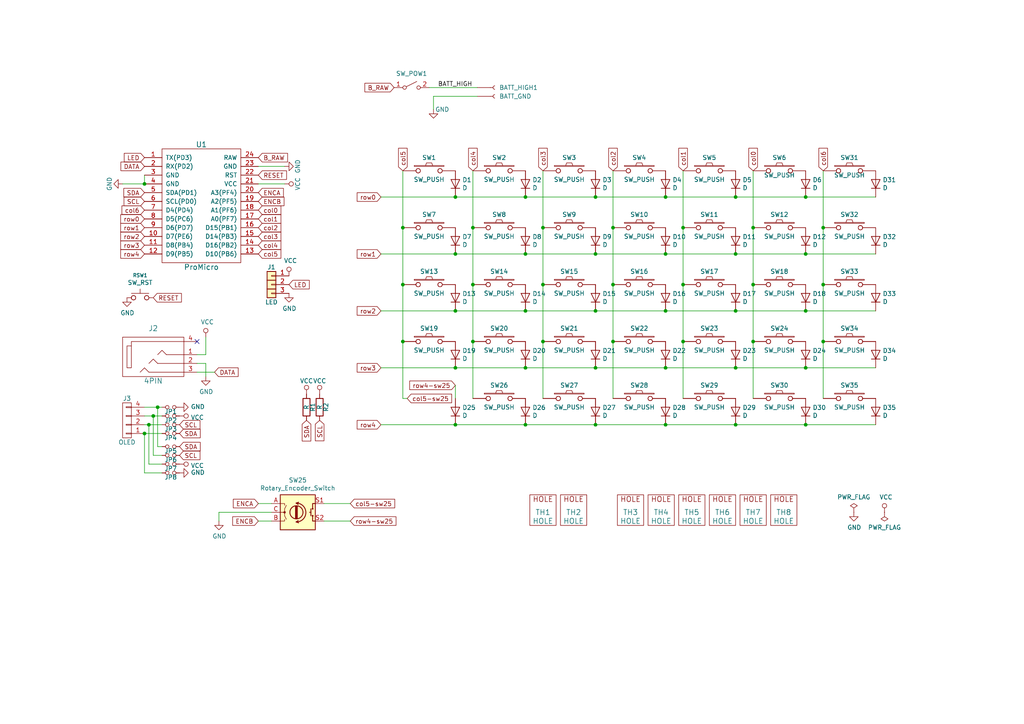
<source format=kicad_sch>
(kicad_sch (version 20250114) (generator "eeschema") (generator_version "9.0")
  (paper "A4")
  (lib_symbols
    (symbol "Device:Jumper_NO_Small" (pin_numbers (hide yes)) (pin_names (offset 0.762) (hide yes))
      (property "Reference" "JP" (at 0 2.032 0))
      (property "Value" "Device_Jumper_NO_Small" (at 0.254 -1.524 0))
      (symbol "Jumper_NO_Small_0_1"
        (pin passive line (at -2.54 0 0) (length 1.016) (name "1") (number "1"))
        (pin passive line (at 2.54 0 180) (length 1.016) (name "2") (number "2"))
      )
    )
    (symbol "Device:Rotary_Encoder_Switch" (pin_names (offset 0.254) (hide yes))
      (property "Reference" "SW" (at 0 6.604 0))
      (property "Value" "Device_Rotary_Encoder_Switch" (at 0 -6.604 0))
      (symbol "Rotary_Encoder_Switch_1_1"
        (pin passive line (at -7.62 2.54 0) (length 2.54) (name "A") (number "A"))
        (pin passive line (at -7.62 0 0) (length 2.54) (name "C") (number "C"))
        (pin passive line (at -7.62 -2.54 0) (length 2.54) (name "B") (number "B"))
        (pin passive line (at 7.62 2.54 180) (length 2.54) (name "S1") (number "S1"))
        (pin passive line (at 7.62 -2.54 180) (length 2.54) (name "S2") (number "S2"))
      )
    )
    (symbol "SofleKeyboard-rescue:D-Lily58-cache-Lily58_Pro-rescue" (pin_numbers (hide yes)) (pin_names (offset 1.016) (hide yes))
      (property "Reference" "D" (at 0 2.54 0))
      (property "Value" "D-Lily58-cache-Lily58_Pro-rescue" (at 0 -2.54 0))
      (symbol "D-Lily58-cache-Lily58_Pro-rescue_1_1"
        (pin passive line (at -3.81 0 0) (length 2.54) (name "K") (number "1"))
        (pin passive line (at 3.81 0 180) (length 2.54) (name "A") (number "2"))
      )
    )
    (symbol "SofleKeyboard-rescue:GND-Lily58-cache-Lily58_Pro-rescue" (power) (pin_names (offset 0))
      (property "Value" "GND-Lily58-cache-Lily58_Pro-rescue" (at 0 -3.81 0))
      (symbol "GND-Lily58-cache-Lily58_Pro-rescue_1_1"
        (pin power_in line (at 0 0 0) (length 0) (hide yes) (name "GND") (number "1"))
      )
    )
    (symbol "SofleKeyboard-rescue:HOLE-Lily58-cache-Lily58_Pro-rescue" (pin_names (offset 1.016))
      (property "Reference" "U" (at 0 0 0))
      (property "Value" "HOLE-Lily58-cache-Lily58_Pro-rescue" (at 0 -5.08 0))
      (symbol "HOLE-Lily58-cache-Lily58_Pro-rescue_0_0"
        (text "HOLE" (at 0 3.81 0) (effects (font (size 1.524 1.524))))
      )
    )
    (symbol "SofleKeyboard-rescue:LED-Lily58-cache-Lily58_Pro-rescue" (pin_names (offset 1.016) (hide yes))
      (property "Reference" "J" (at 0 5.08 0))
      (property "Value" "LED-Lily58-cache-Lily58_Pro-rescue" (at 0 -5.08 0))
      (symbol "LED-Lily58-cache-Lily58_Pro-rescue_1_1"
        (pin passive line (at 5.08 2.54 180) (length 3.81) (name "Pin_1") (number "1"))
        (pin passive line (at 5.08 0 180) (length 3.81) (name "Pin_2") (number "2"))
        (pin passive line (at 5.08 -2.54 180) (length 3.81) (name "Pin_3") (number "3"))
      )
    )
    (symbol "SofleKeyboard-rescue:MJ-4PP-9-Lily58-cache-Lily58_Pro-rescue" (pin_names (offset 1.016))
      (property "Reference" "J" (at -8.89 -7.62 0))
      (property "Value" "MJ-4PP-9-Lily58-cache-Lily58_Pro-rescue" (at -3.81 6.35 0))
      (symbol "MJ-4PP-9-Lily58-cache-Lily58_Pro-rescue_1_1"
        (pin passive line (at 11.43 3.81 180) (length 3.81) (name "~") (number "4"))
        (pin passive line (at 11.43 0 180) (length 3.81) (name "~") (number "1"))
        (pin passive line (at 11.43 -2.54 180) (length 3.81) (name "~") (number "2"))
        (pin passive line (at 11.43 -5.08 180) (length 3.81) (name "~") (number "3"))
      )
    )
    (symbol "SofleKeyboard-rescue:OLED-Lily58-cache-Lily58_Pro-rescue" (pin_names (offset 1.016) (hide yes))
      (property "Reference" "J" (at 0 6.35 0))
      (property "Value" "OLED-Lily58-cache-Lily58_Pro-rescue" (at 2.54 0 90))
      (symbol "OLED-Lily58-cache-Lily58_Pro-rescue_1_1"
        (pin passive line (at -5.08 3.81 0) (length 3.81) (name "P1") (number "1"))
        (pin passive line (at -5.08 1.27 0) (length 3.81) (name "P2") (number "2"))
        (pin passive line (at -5.08 -1.27 0) (length 3.81) (name "P3") (number "3"))
        (pin passive line (at -5.08 -3.81 0) (length 3.81) (name "P4") (number "4"))
      )
    )
    (symbol "SofleKeyboard-rescue:PWR_FLAG-Lily58-cache-Lily58_Pro-rescue" (power) (pin_numbers (hide yes)) (pin_names (offset 0) (hide yes))
      (property "Value" "PWR_FLAG-Lily58-cache-Lily58_Pro-rescue" (at 0 3.81 0))
      (symbol "PWR_FLAG-Lily58-cache-Lily58_Pro-rescue_0_0"
        (pin power_out line (at 0 0 90) (length 0) (name "pwr") (number "1"))
      )
    )
    (symbol "SofleKeyboard-rescue:ProMicro_2-Lily58-cache-Lily58_Pro-rescue" (pin_names (offset 1.016))
      (property "Reference" "U" (at 0 17.78 0))
      (property "Value" "ProMicro_2-Lily58-cache-Lily58_Pro-rescue" (at 0 -17.78 0))
      (symbol "ProMicro_2-Lily58-cache-Lily58_Pro-rescue_1_1"
        (pin input line (at -16.51 13.97 0) (length 5.08) (name "TX(PD3)") (number "1"))
        (pin input line (at -16.51 11.43 0) (length 5.08) (name "RX(PD2)") (number "2"))
        (pin input line (at -16.51 8.89 0) (length 5.08) (name "GND") (number "3"))
        (pin input line (at -16.51 6.35 0) (length 5.08) (name "GND") (number "4"))
        (pin input line (at -16.51 3.81 0) (length 5.08) (name "SDA(PD1)") (number "5"))
        (pin input line (at -16.51 1.27 0) (length 5.08) (name "SCL(PD0)") (number "6"))
        (pin input line (at -16.51 -1.27 0) (length 5.08) (name "D4(PD4)") (number "7"))
        (pin input line (at -16.51 -3.81 0) (length 5.08) (name "D5(PC6)") (number "8"))
        (pin input line (at -16.51 -6.35 0) (length 5.08) (name "D6(PD7)") (number "9"))
        (pin input line (at -16.51 -8.89 0) (length 5.08) (name "D7(PE6)") (number "10"))
        (pin input line (at -16.51 -11.43 0) (length 5.08) (name "D8(PB4)") (number "11"))
        (pin input line (at -16.51 -13.97 0) (length 5.08) (name "D9(PB5)") (number "12"))
        (pin input line (at 16.51 13.97 180) (length 5.08) (name "RAW") (number "24"))
        (pin input line (at 16.51 11.43 180) (length 5.08) (name "GND") (number "23"))
        (pin input line (at 16.51 8.89 180) (length 5.08) (name "RST") (number "22"))
        (pin input line (at 16.51 6.35 180) (length 5.08) (name "VCC") (number "21"))
        (pin input line (at 16.51 3.81 180) (length 5.08) (name "A3(PF4)") (number "20"))
        (pin input line (at 16.51 1.27 180) (length 5.08) (name "A2(PF5)") (number "19"))
        (pin input line (at 16.51 -1.27 180) (length 5.08) (name "A1(PF6)") (number "18"))
        (pin input line (at 16.51 -3.81 180) (length 5.08) (name "A0(PF7)") (number "17"))
        (pin input line (at 16.51 -6.35 180) (length 5.08) (name "D15(PB1)") (number "16"))
        (pin input line (at 16.51 -8.89 180) (length 5.08) (name "D14(PB3)") (number "15"))
        (pin input line (at 16.51 -11.43 180) (length 5.08) (name "D16(PB2)") (number "14"))
        (pin input line (at 16.51 -13.97 180) (length 5.08) (name "D10(PB6)") (number "13"))
      )
    )
    (symbol "SofleKeyboard-rescue:R-Lily58-cache-Lily58_Pro-rescue" (pin_numbers (hide yes)) (pin_names (offset 0))
      (property "Reference" "R" (at 0 0 90))
      (property "Value" "R-Lily58-cache-Lily58_Pro-rescue" (at -2.54 0 90))
      (symbol "R-Lily58-cache-Lily58_Pro-rescue_1_1"
        (pin passive line (at 0 3.81 270) (length 1.27) (name "~") (number "1"))
        (pin passive line (at 0 -3.81 90) (length 1.27) (name "~") (number "2"))
      )
    )
    (symbol "SofleKeyboard-rescue:SW_PUSH-Lily58-cache-Lily58_Pro-rescue" (pin_numbers (hide yes)) (pin_names (offset 1.016) (hide yes))
      (property "Reference" "SW" (at 3.81 2.794 0))
      (property "Value" "SW_PUSH-Lily58-cache-Lily58_Pro-rescue" (at 0 -2.032 0))
      (symbol "SW_PUSH-Lily58-cache-Lily58_Pro-rescue_0_1"
        (pin passive inverted (at -7.62 0 0) (length 5.08) (name "1") (number "1"))
        (pin passive inverted (at 7.62 0 180) (length 5.08) (name "2") (number "2"))
      )
    )
    (symbol "SofleKeyboard-rescue:SW_RST-Lily58-cache-Lily58_Pro-rescue" (pin_numbers (hide yes)) (pin_names (offset 1.016) (hide yes))
      (property "Reference" "RSW" (at 2.54 2.54 0))
      (property "Value" "SW_RST-Lily58-cache-Lily58_Pro-rescue" (at 0 -2.54 0))
      (symbol "SW_RST-Lily58-cache-Lily58_Pro-rescue_0_1"
        (pin passive inverted (at -3.81 0 0) (length 2.54) (name "1") (number "1"))
        (pin passive inverted (at 3.81 0 180) (length 2.54) (name "2") (number "2"))
      )
    )
    (symbol "SofleKeyboard-rescue:VCC-Lily58-cache-Lily58_Pro-rescue" (power) (pin_names (offset 0))
      (property "Value" "VCC-Lily58-cache-Lily58_Pro-rescue" (at 0 3.81 0))
      (symbol "VCC-Lily58-cache-Lily58_Pro-rescue_1_1"
        (pin power_in line (at 0 0 90) (length 0) (hide yes) (name "VCC") (number "1"))
      )
    )
    (symbol "SofleKeyboard:Conn_01x02_Female" (pin_numbers (hide yes)) (pin_names (offset 1.016) (hide yes))
      (property "Reference" "J" (at 0 2.54 0))
      (property "Value" "Conn_01x02_Female" (at 0 -5.08 0))
      (symbol "Conn_01x02_Female_1_1"
        (pin passive line (at -5.08 0 0) (length 3.81) (name "Pin_1") (number "1"))
        (pin passive line (at -5.08 -2.54 0) (length 3.81) (name "Pin_2") (number "2"))
      )
    )
    (symbol "SofleKeyboard:GND-Lily58-cache" (power) (pin_names (offset 0))
      (property "Value" "GND-Lily58-cache" (at 0 -3.81 0))
      (symbol "GND-Lily58-cache_1_1"
        (pin power_in line (at 0 0 0) (length 0) (hide yes) (name "GND") (number "1"))
      )
    )
    (symbol "SofleKeyboard:Sofle_SW_SPST" (pin_names (offset 0) (hide yes))
      (property "Reference" "SW" (at 0 3.175 0))
      (property "Value" "Sofle_SW_SPST" (at 0 -2.54 0))
      (symbol "Sofle_SW_SPST_1_1"
        (pin passive line (at -5.08 0 0) (length 2.54) (name "A") (number "1"))
        (pin passive line (at 5.08 0 180) (length 2.54) (name "B") (number "2"))
      )
    )
    (symbol "power:GND" (power) (pin_names (offset 0))
      (property "Value" "power_GND" (at 0 -3.81 0))
      (symbol "GND_1_1"
        (pin power_in line (at 0 0 270) (length 0) (hide yes) (name "GND") (number "1"))
      )
    )
    (symbol "power:VCC" (power) (pin_names (offset 0))
      (property "Value" "power_VCC" (at 0 3.81 0))
      (symbol "VCC_1_1"
        (pin power_in line (at 0 0 90) (length 0) (hide yes) (name "VCC") (number "1"))
      )
    )
  )
  (junction (at 116.84 99.06))
  (junction (at 41.91 53.34))
  (junction (at 238.76 99.06))
  (junction (at 152.4 73.66))
  (junction (at 238.76 66.04))
  (junction (at 137.16 66.04))
  (junction (at 116.84 82.55))
  (junction (at 177.8 99.06))
  (junction (at 44.45 120.65))
  (junction (at 172.72 73.66))
  (junction (at 198.12 82.55))
  (junction (at 193.04 106.68))
  (junction (at 238.76 82.55))
  (junction (at 137.16 82.55))
  (junction (at 172.72 90.17))
  (junction (at 198.12 99.06))
  (junction (at 213.36 123.19))
  (junction (at 132.08 73.66))
  (junction (at 218.44 99.06))
  (junction (at 193.04 123.19))
  (junction (at 233.68 73.66))
  (junction (at 218.44 66.04))
  (junction (at 193.04 90.17))
  (junction (at 193.04 73.66))
  (junction (at 213.36 73.66))
  (junction (at 233.68 57.15))
  (junction (at 152.4 90.17))
  (junction (at 132.08 106.68))
  (junction (at 137.16 99.06))
  (junction (at 213.36 57.15))
  (junction (at 43.18 123.19))
  (junction (at 132.08 90.17))
  (junction (at 172.72 57.15))
  (junction (at 213.36 106.68))
  (junction (at 198.12 66.04))
  (junction (at 157.48 66.04))
  (junction (at 116.84 66.04))
  (junction (at 132.08 123.19))
  (junction (at 172.72 123.19))
  (junction (at 157.48 82.55))
  (junction (at 213.36 90.17))
  (junction (at 157.48 99.06))
  (junction (at 152.4 123.19))
  (junction (at 233.68 106.68))
  (junction (at 152.4 57.15))
  (junction (at 177.8 82.55))
  (junction (at 177.8 66.04))
  (junction (at 172.72 106.68))
  (junction (at 45.72 118.11))
  (junction (at 193.04 57.15))
  (junction (at 233.68 123.19))
  (junction (at 233.68 90.17))
  (junction (at 41.91 125.73))
  (junction (at 218.44 82.55))
  (junction (at 152.4 106.68))
  (junction (at 132.08 57.15))
  (no_connect (at 57.15 99.06))
  (wire (pts (xy 157.48 66.04) (xy 157.48 82.55)))
  (wire (pts (xy 45.72 129.54) (xy 46.99 129.54)))
  (wire (pts (xy 233.68 106.68) (xy 254 106.68)))
  (wire (pts (xy 137.16 66.04) (xy 137.16 82.55)))
  (wire (pts (xy 213.36 73.66) (xy 233.68 73.66)))
  (wire (pts (xy 74.93 151.13) (xy 78.74 151.13)))
  (wire (pts (xy 193.04 90.17) (xy 213.36 90.17)))
  (wire (pts (xy 43.18 123.19) (xy 43.18 134.62)))
  (wire (pts (xy 152.4 57.15) (xy 172.72 57.15)))
  (wire (pts (xy 43.18 123.19) (xy 46.99 123.19)))
  (wire (pts (xy 93.98 146.05) (xy 101.6 146.05)))
  (wire (pts (xy 152.4 57.15) (xy 132.08 57.15)))
  (wire (pts (xy 213.36 90.17) (xy 233.68 90.17)))
  (wire (pts (xy 132.08 106.68) (xy 110.49 106.68)))
  (wire (pts (xy 238.76 99.06) (xy 238.76 115.57)))
  (wire (pts (xy 233.68 90.17) (xy 254 90.17)))
  (wire (pts (xy 45.72 118.11) (xy 46.99 118.11)))
  (wire (pts (xy 132.08 57.15) (xy 110.49 57.15)))
  (wire (pts (xy 198.12 99.06) (xy 198.12 115.57)))
  (wire (pts (xy 238.76 66.04) (xy 238.76 49.53)))
  (wire (pts (xy 218.44 99.06) (xy 218.44 115.57)))
  (wire (pts (xy 213.36 57.15) (xy 193.04 57.15)))
  (wire (pts (xy 41.91 53.34) (xy 35.56 53.34)))
  (wire (pts (xy 41.91 120.65) (xy 44.45 120.65)))
  (wire (pts (xy 59.69 102.87) (xy 57.15 102.87)))
  (wire (pts (xy 78.74 148.59) (xy 63.5 148.59)))
  (wire (pts (xy 41.91 50.8) (xy 41.91 53.34)))
  (wire (pts (xy 137.16 82.55) (xy 137.16 99.06)))
  (wire (pts (xy 132.08 73.66) (xy 110.49 73.66)))
  (wire (pts (xy 41.91 125.73) (xy 41.91 137.16)))
  (wire (pts (xy 132.08 90.17) (xy 110.49 90.17)))
  (wire (pts (xy 198.12 66.04) (xy 198.12 82.55)))
  (wire (pts (xy 41.91 118.11) (xy 45.72 118.11)))
  (wire (pts (xy 172.72 123.19) (xy 193.04 123.19)))
  (wire (pts (xy 152.4 73.66) (xy 172.72 73.66)))
  (wire (pts (xy 172.72 57.15) (xy 193.04 57.15)))
  (wire (pts (xy 198.12 99.06) (xy 198.12 82.55)))
  (wire (pts (xy 218.44 82.55) (xy 218.44 99.06)))
  (wire (pts (xy 116.84 49.53) (xy 116.84 66.04)))
  (wire (pts (xy 44.45 120.65) (xy 44.45 132.08)))
  (wire (pts (xy 41.91 123.19) (xy 43.18 123.19)))
  (wire (pts (xy 152.4 106.68) (xy 172.72 106.68)))
  (wire (pts (xy 45.72 118.11) (xy 45.72 129.54)))
  (wire (pts (xy 74.93 53.34) (xy 82.55 53.34)))
  (wire (pts (xy 116.84 66.04) (xy 116.84 82.55)))
  (wire (pts (xy 238.76 82.55) (xy 238.76 99.06)))
  (wire (pts (xy 116.84 82.55) (xy 116.84 99.06)))
  (wire (pts (xy 172.72 90.17) (xy 193.04 90.17)))
  (wire (pts (xy 57.15 107.95) (xy 62.23 107.95)))
  (wire (pts (xy 59.69 97.79) (xy 59.69 102.87)))
  (wire (pts (xy 218.44 66.04) (xy 218.44 49.53)))
  (wire (pts (xy 213.36 57.15) (xy 233.68 57.15)))
  (wire (pts (xy 124.46 25.4) (xy 138.43 25.4)))
  (wire (pts (xy 116.84 99.06) (xy 116.84 115.57)))
  (wire (pts (xy 59.69 105.41) (xy 59.69 109.22)))
  (wire (pts (xy 43.18 134.62) (xy 46.99 134.62)))
  (wire (pts (xy 110.49 123.19) (xy 132.08 123.19)))
  (wire (pts (xy 152.4 106.68) (xy 132.08 106.68)))
  (wire (pts (xy 213.36 123.19) (xy 233.68 123.19)))
  (wire (pts (xy 177.8 66.04) (xy 177.8 82.55)))
  (wire (pts (xy 213.36 106.68) (xy 233.68 106.68)))
  (wire (pts (xy 137.16 99.06) (xy 137.16 115.57)))
  (wire (pts (xy 177.8 49.53) (xy 177.8 66.04)))
  (wire (pts (xy 157.48 99.06) (xy 157.48 115.57)))
  (wire (pts (xy 152.4 123.19) (xy 172.72 123.19)))
  (wire (pts (xy 233.68 73.66) (xy 254 73.66)))
  (wire (pts (xy 157.48 82.55) (xy 157.48 99.06)))
  (wire (pts (xy 152.4 73.66) (xy 132.08 73.66)))
  (wire (pts (xy 152.4 90.17) (xy 132.08 90.17)))
  (wire (pts (xy 44.45 132.08) (xy 46.99 132.08)))
  (wire (pts (xy 233.68 57.15) (xy 254 57.15)))
  (wire (pts (xy 172.72 106.68) (xy 193.04 106.68)))
  (wire (pts (xy 218.44 82.55) (xy 218.44 66.04)))
  (wire (pts (xy 46.99 125.73) (xy 41.91 125.73)))
  (wire (pts (xy 238.76 82.55) (xy 238.76 66.04)))
  (wire (pts (xy 172.72 73.66) (xy 193.04 73.66)))
  (wire (pts (xy 193.04 123.19) (xy 213.36 123.19)))
  (wire (pts (xy 74.93 48.26) (xy 82.55 48.26)))
  (wire (pts (xy 177.8 82.55) (xy 177.8 99.06)))
  (wire (pts (xy 57.15 105.41) (xy 59.69 105.41)))
  (wire (pts (xy 132.08 111.76) (xy 132.08 115.57)))
  (wire (pts (xy 125.73 31.75) (xy 125.73 27.94)))
  (wire (pts (xy 152.4 90.17) (xy 172.72 90.17)))
  (wire (pts (xy 93.98 151.13) (xy 101.6 151.13)))
  (wire (pts (xy 132.08 123.19) (xy 152.4 123.19)))
  (wire (pts (xy 125.73 27.94) (xy 138.43 27.94)))
  (wire (pts (xy 193.04 73.66) (xy 213.36 73.66)))
  (wire (pts (xy 157.48 49.53) (xy 157.48 66.04)))
  (wire (pts (xy 193.04 106.68) (xy 213.36 106.68)))
  (wire (pts (xy 198.12 49.53) (xy 198.12 66.04)))
  (wire (pts (xy 44.45 120.65) (xy 46.99 120.65)))
  (wire (pts (xy 177.8 99.06) (xy 177.8 115.57)))
  (wire (pts (xy 137.16 49.53) (xy 137.16 66.04)))
  (wire (pts (xy 233.68 123.19) (xy 254 123.19)))
  (wire (pts (xy 41.91 137.16) (xy 46.99 137.16)))
  (wire (pts (xy 63.5 148.59) (xy 63.5 151.13)))
  (wire (pts (xy 74.93 146.05) (xy 78.74 146.05)))
  (wire (pts (xy 116.84 115.57) (xy 118.11 115.57)))
  (label "BATT_HIGH" (at 127 25.4 0))
  (global_label "ENCA" (shape input) (at 74.93 55.88 0) (property "Intersheetrefs" "${INTERSHEET_REFS}" (effects (hide yes))))
  (global_label "SDA" (shape input) (at 52.07 129.54 0) (property "Intersheetrefs" "${INTERSHEET_REFS}" (effects (hide yes))))
  (global_label "row4-sw25" (shape input) (at 132.08 111.76 180) (property "Intersheetrefs" "${INTERSHEET_REFS}" (effects (hide yes))))
  (global_label "SDA" (shape input) (at 88.9 121.92 270) (property "Intersheetrefs" "${INTERSHEET_REFS}" (effects (hide yes))))
  (global_label "col6" (shape input) (at 238.76 49.53 90) (property "Intersheetrefs" "${INTERSHEET_REFS}" (effects (hide yes))))
  (global_label "row2" (shape input) (at 110.49 90.17 180) (property "Intersheetrefs" "${INTERSHEET_REFS}" (effects (hide yes))))
  (global_label "RESET" (shape input) (at 74.93 50.8 0) (property "Intersheetrefs" "${INTERSHEET_REFS}" (effects (hide yes))))
  (global_label "row3" (shape input) (at 41.91 71.12 180) (property "Intersheetrefs" "${INTERSHEET_REFS}" (effects (hide yes))))
  (global_label "SCL" (shape input) (at 92.71 121.92 270) (property "Intersheetrefs" "${INTERSHEET_REFS}" (effects (hide yes))))
  (global_label "col5-sw25" (shape input) (at 118.11 115.57 0) (property "Intersheetrefs" "${INTERSHEET_REFS}" (effects (hide yes))))
  (global_label "row0" (shape input) (at 41.91 63.5 180) (property "Intersheetrefs" "${INTERSHEET_REFS}" (effects (hide yes))))
  (global_label "RESET" (shape input) (at 44.45 86.36 0) (property "Intersheetrefs" "${INTERSHEET_REFS}" (effects (hide yes))))
  (global_label "row1" (shape input) (at 110.49 73.66 180) (property "Intersheetrefs" "${INTERSHEET_REFS}" (effects (hide yes))))
  (global_label "col2" (shape input) (at 74.93 66.04 0) (property "Intersheetrefs" "${INTERSHEET_REFS}" (effects (hide yes))))
  (global_label "col0" (shape input) (at 218.44 49.53 90) (property "Intersheetrefs" "${INTERSHEET_REFS}" (effects (hide yes))))
  (global_label "B_RAW" (shape input) (at 114.3 25.4 180) (property "Intersheetrefs" "${INTERSHEET_REFS}" (effects (hide yes))))
  (global_label "row4" (shape input) (at 41.91 73.66 180) (property "Intersheetrefs" "${INTERSHEET_REFS}" (effects (hide yes))))
  (global_label "SCL" (shape input) (at 52.07 123.19 0) (property "Intersheetrefs" "${INTERSHEET_REFS}" (effects (hide yes))))
  (global_label "col0" (shape input) (at 74.93 60.96 0) (property "Intersheetrefs" "${INTERSHEET_REFS}" (effects (hide yes))))
  (global_label "SCL" (shape input) (at 41.91 58.42 180) (property "Intersheetrefs" "${INTERSHEET_REFS}" (effects (hide yes))))
  (global_label "col5" (shape input) (at 116.84 49.53 90) (property "Intersheetrefs" "${INTERSHEET_REFS}" (effects (hide yes))))
  (global_label "row0" (shape input) (at 110.49 57.15 180) (property "Intersheetrefs" "${INTERSHEET_REFS}" (effects (hide yes))))
  (global_label "col5" (shape input) (at 74.93 73.66 0) (property "Intersheetrefs" "${INTERSHEET_REFS}" (effects (hide yes))))
  (global_label "ENCB" (shape input) (at 74.93 151.13 180) (property "Intersheetrefs" "${INTERSHEET_REFS}" (effects (hide yes))))
  (global_label "ENCB" (shape input) (at 74.93 58.42 0) (property "Intersheetrefs" "${INTERSHEET_REFS}" (effects (hide yes))))
  (global_label "row4-sw25" (shape input) (at 101.6 151.13 0) (property "Intersheetrefs" "${INTERSHEET_REFS}" (effects (hide yes))))
  (global_label "col3" (shape input) (at 157.48 49.53 90) (property "Intersheetrefs" "${INTERSHEET_REFS}" (effects (hide yes))))
  (global_label "row4" (shape input) (at 110.49 123.19 180) (property "Intersheetrefs" "${INTERSHEET_REFS}" (effects (hide yes))))
  (global_label "col1" (shape input) (at 74.93 63.5 0) (property "Intersheetrefs" "${INTERSHEET_REFS}" (effects (hide yes))))
  (global_label "SCL" (shape input) (at 52.07 132.08 0) (property "Intersheetrefs" "${INTERSHEET_REFS}" (effects (hide yes))))
  (global_label "row2" (shape input) (at 41.91 68.58 180) (property "Intersheetrefs" "${INTERSHEET_REFS}" (effects (hide yes))))
  (global_label "SDA" (shape input) (at 52.07 125.73 0) (property "Intersheetrefs" "${INTERSHEET_REFS}" (effects (hide yes))))
  (global_label "DATA" (shape input) (at 41.91 48.26 180) (property "Intersheetrefs" "${INTERSHEET_REFS}" (effects (hide yes))))
  (global_label "col4" (shape input) (at 74.93 71.12 0) (property "Intersheetrefs" "${INTERSHEET_REFS}" (effects (hide yes))))
  (global_label "B_RAW" (shape input) (at 74.93 45.72 0) (property "Intersheetrefs" "${INTERSHEET_REFS}" (effects (hide yes))))
  (global_label "col6" (shape input) (at 41.91 60.96 180) (property "Intersheetrefs" "${INTERSHEET_REFS}" (effects (hide yes))))
  (global_label "col5-sw25" (shape input) (at 101.6 146.05 0) (property "Intersheetrefs" "${INTERSHEET_REFS}" (effects (hide yes))))
  (global_label "DATA" (shape input) (at 62.23 107.95 0) (property "Intersheetrefs" "${INTERSHEET_REFS}" (effects (hide yes))))
  (global_label "col2" (shape input) (at 177.8 49.53 90) (property "Intersheetrefs" "${INTERSHEET_REFS}" (effects (hide yes))))
  (global_label "row1" (shape input) (at 41.91 66.04 180) (property "Intersheetrefs" "${INTERSHEET_REFS}" (effects (hide yes))))
  (global_label "col1" (shape input) (at 198.12 49.53 90) (property "Intersheetrefs" "${INTERSHEET_REFS}" (effects (hide yes))))
  (global_label "col3" (shape input) (at 74.93 68.58 0) (property "Intersheetrefs" "${INTERSHEET_REFS}" (effects (hide yes))))
  (global_label "ENCA" (shape input) (at 74.93 146.05 180) (property "Intersheetrefs" "${INTERSHEET_REFS}" (effects (hide yes))))
  (global_label "row3" (shape input) (at 110.49 106.68 180) (property "Intersheetrefs" "${INTERSHEET_REFS}" (effects (hide yes))))
  (global_label "LED" (shape input) (at 41.91 45.72 180) (property "Intersheetrefs" "${INTERSHEET_REFS}" (effects (hide yes))))
  (global_label "LED" (shape input) (at 83.82 82.55 0) (property "Intersheetrefs" "${INTERSHEET_REFS}" (effects (hide yes))))
  (global_label "SDA" (shape input) (at 41.91 55.88 180) (property "Intersheetrefs" "${INTERSHEET_REFS}" (effects (hide yes))))
  (global_label "col4" (shape input) (at 137.16 49.53 90) (property "Intersheetrefs" "${INTERSHEET_REFS}" (effects (hide yes))))
  (symbol (lib_id "SofleKeyboard-rescue:ProMicro_2-Lily58-cache-Lily58_Pro-rescue") (at 58.42 59.69 0) (unit 1)
    (property "Reference" "U1" (at 58.42 41.91 0) (effects (font (size 1.524 1.524))))
    (property "Value" "ProMicro" (at 58.42 77.47 0) (effects (font (size 1.524 1.524))))
    (property "Footprint" "SofleKeyboard-footprint:ProMicro" (effects (hide yes)))
  )
  (symbol (lib_id "SofleKeyboard-rescue:SW_PUSH-Lily58-cache-Lily58_Pro-rescue") (at 144.78 115.57 0) (unit 1)
    (property "Reference" "SW26" (at 144.78 111.76 0))
    (property "Value" "SW_PUSH" (at 144.78 118.11 0))
    (property "Footprint" "SofleKeyboard-footprint:CherryMX_KailhLowProfile_Hotswap_1.5" (effects (hide yes)))
  )
  (symbol (lib_id "SofleKeyboard-rescue:SW_PUSH-Lily58-cache-Lily58_Pro-rescue") (at 124.46 49.53 0) (unit 1)
    (property "Reference" "SW1" (at 124.46 45.72 0))
    (property "Value" "SW_PUSH" (at 124.46 52.07 0))
    (property "Footprint" "SofleKeyboard-footprint:CherryMX_KailhLowProfile_Hotswap" (effects (hide yes)))
  )
  (symbol (lib_id "SofleKeyboard-rescue:D-Lily58-cache-Lily58_Pro-rescue") (at 132.08 53.34 90) (unit 1)
    (property "Reference" "D1" (at 134.0866 52.1716 90) (effects (justify right)))
    (property "Value" "D" (at 134.0866 54.483 90) (effects (justify right)))
    (property "Footprint" "SofleKeyboard-footprint:Diode_SOD123" (effects (hide yes)))
  )
  (symbol (lib_id "SofleKeyboard-rescue:SW_PUSH-Lily58-cache-Lily58_Pro-rescue") (at 144.78 49.53 0) (unit 1)
    (property "Reference" "SW2" (at 144.78 45.72 0))
    (property "Value" "SW_PUSH" (at 144.78 52.07 0))
    (property "Footprint" "SofleKeyboard-footprint:CherryMX_KailhLowProfile_Hotswap" (effects (hide yes)))
  )
  (symbol (lib_id "SofleKeyboard-rescue:D-Lily58-cache-Lily58_Pro-rescue") (at 152.4 53.34 90) (unit 1)
    (property "Reference" "D2" (at 154.4066 52.1716 90) (effects (justify right)))
    (property "Value" "D" (at 154.4066 54.483 90) (effects (justify right)))
    (property "Footprint" "SofleKeyboard-footprint:Diode_SOD123" (effects (hide yes)))
  )
  (symbol (lib_id "SofleKeyboard-rescue:SW_PUSH-Lily58-cache-Lily58_Pro-rescue") (at 165.1 49.53 0) (unit 1)
    (property "Reference" "SW3" (at 165.1 45.72 0))
    (property "Value" "SW_PUSH" (at 165.1 52.07 0))
    (property "Footprint" "SofleKeyboard-footprint:CherryMX_KailhLowProfile_Hotswap" (effects (hide yes)))
  )
  (symbol (lib_id "SofleKeyboard-rescue:D-Lily58-cache-Lily58_Pro-rescue") (at 172.72 53.34 90) (unit 1)
    (property "Reference" "D3" (at 174.7266 52.1716 90) (effects (justify right)))
    (property "Value" "D" (at 174.7266 54.483 90) (effects (justify right)))
    (property "Footprint" "SofleKeyboard-footprint:Diode_SOD123" (effects (hide yes)))
  )
  (symbol (lib_id "SofleKeyboard-rescue:SW_PUSH-Lily58-cache-Lily58_Pro-rescue") (at 185.42 49.53 0) (unit 1)
    (property "Reference" "SW4" (at 185.42 45.72 0))
    (property "Value" "SW_PUSH" (at 185.42 52.07 0))
    (property "Footprint" "SofleKeyboard-footprint:CherryMX_KailhLowProfile_Hotswap" (effects (hide yes)))
  )
  (symbol (lib_id "SofleKeyboard-rescue:D-Lily58-cache-Lily58_Pro-rescue") (at 193.04 53.34 90) (unit 1)
    (property "Reference" "D4" (at 195.0466 52.1716 90) (effects (justify right)))
    (property "Value" "D" (at 195.0466 54.483 90) (effects (justify right)))
    (property "Footprint" "SofleKeyboard-footprint:Diode_SOD123" (effects (hide yes)))
  )
  (symbol (lib_id "SofleKeyboard-rescue:SW_PUSH-Lily58-cache-Lily58_Pro-rescue") (at 205.74 49.53 0) (unit 1)
    (property "Reference" "SW5" (at 205.74 45.72 0))
    (property "Value" "SW_PUSH" (at 205.74 52.07 0))
    (property "Footprint" "SofleKeyboard-footprint:CherryMX_KailhLowProfile_Hotswap" (effects (hide yes)))
  )
  (symbol (lib_id "SofleKeyboard-rescue:D-Lily58-cache-Lily58_Pro-rescue") (at 213.36 53.34 90) (unit 1)
    (property "Reference" "D5" (at 215.3666 52.1716 90) (effects (justify right)))
    (property "Value" "D" (at 215.3666 54.483 90) (effects (justify right)))
    (property "Footprint" "SofleKeyboard-footprint:Diode_SOD123" (effects (hide yes)))
  )
  (symbol (lib_id "SofleKeyboard-rescue:SW_PUSH-Lily58-cache-Lily58_Pro-rescue") (at 226.06 49.53 0) (unit 1)
    (property "Reference" "SW6" (at 226.06 45.72 0))
    (property "Value" "SW_PUSH" (at 226.06 50.8 0))
    (property "Footprint" "SofleKeyboard-footprint:CherryMX_KailhLowProfile_Hotswap" (effects (hide yes)))
  )
  (symbol (lib_id "SofleKeyboard-rescue:D-Lily58-cache-Lily58_Pro-rescue") (at 233.68 53.34 90) (unit 1)
    (property "Reference" "D6" (at 235.6866 52.1716 90) (effects (justify right)))
    (property "Value" "D" (at 235.6866 54.483 90) (effects (justify right)))
    (property "Footprint" "SofleKeyboard-footprint:Diode_SOD123" (effects (hide yes)))
  )
  (symbol (lib_id "SofleKeyboard-rescue:SW_PUSH-Lily58-cache-Lily58_Pro-rescue") (at 144.78 66.04 0) (unit 1)
    (property "Reference" "SW8" (at 144.78 62.23 0))
    (property "Value" "SW_PUSH" (at 144.78 68.58 0))
    (property "Footprint" "SofleKeyboard-footprint:CherryMX_KailhLowProfile_Hotswap" (effects (hide yes)))
  )
  (symbol (lib_id "SofleKeyboard-rescue:SW_PUSH-Lily58-cache-Lily58_Pro-rescue") (at 165.1 66.04 0) (unit 1)
    (property "Reference" "SW9" (at 165.1 62.23 0))
    (property "Value" "SW_PUSH" (at 165.1 68.58 0))
    (property "Footprint" "SofleKeyboard-footprint:CherryMX_KailhLowProfile_Hotswap" (effects (hide yes)))
  )
  (symbol (lib_id "SofleKeyboard-rescue:SW_PUSH-Lily58-cache-Lily58_Pro-rescue") (at 185.42 66.04 0) (unit 1)
    (property "Reference" "SW10" (at 185.42 62.23 0))
    (property "Value" "SW_PUSH" (at 185.42 68.58 0))
    (property "Footprint" "SofleKeyboard-footprint:CherryMX_KailhLowProfile_Hotswap" (effects (hide yes)))
  )
  (symbol (lib_id "SofleKeyboard-rescue:SW_PUSH-Lily58-cache-Lily58_Pro-rescue") (at 205.74 66.04 0) (unit 1)
    (property "Reference" "SW11" (at 205.74 62.23 0))
    (property "Value" "SW_PUSH" (at 205.74 68.58 0))
    (property "Footprint" "SofleKeyboard-footprint:CherryMX_KailhLowProfile_Hotswap" (effects (hide yes)))
  )
  (symbol (lib_id "SofleKeyboard-rescue:SW_PUSH-Lily58-cache-Lily58_Pro-rescue") (at 226.06 66.04 0) (unit 1)
    (property "Reference" "SW12" (at 226.06 62.23 0))
    (property "Value" "SW_PUSH" (at 226.06 68.58 0))
    (property "Footprint" "SofleKeyboard-footprint:CherryMX_KailhLowProfile_Hotswap" (effects (hide yes)))
  )
  (symbol (lib_id "SofleKeyboard-rescue:SW_PUSH-Lily58-cache-Lily58_Pro-rescue") (at 124.46 66.04 0) (unit 1)
    (property "Reference" "SW7" (at 124.46 62.23 0))
    (property "Value" "SW_PUSH" (at 124.46 68.58 0))
    (property "Footprint" "SofleKeyboard-footprint:CherryMX_KailhLowProfile_Hotswap" (effects (hide yes)))
  )
  (symbol (lib_id "SofleKeyboard-rescue:D-Lily58-cache-Lily58_Pro-rescue") (at 132.08 69.85 90) (unit 1)
    (property "Reference" "D7" (at 134.0866 68.6816 90) (effects (justify right)))
    (property "Value" "D" (at 134.0866 70.993 90) (effects (justify right)))
    (property "Footprint" "SofleKeyboard-footprint:Diode_SOD123" (effects (hide yes)))
  )
  (symbol (lib_id "SofleKeyboard-rescue:D-Lily58-cache-Lily58_Pro-rescue") (at 152.4 69.85 90) (unit 1)
    (property "Reference" "D8" (at 154.4066 68.6816 90) (effects (justify right)))
    (property "Value" "D" (at 154.4066 70.993 90) (effects (justify right)))
    (property "Footprint" "SofleKeyboard-footprint:Diode_SOD123" (effects (hide yes)))
  )
  (symbol (lib_id "SofleKeyboard-rescue:D-Lily58-cache-Lily58_Pro-rescue") (at 172.72 69.85 90) (unit 1)
    (property "Reference" "D9" (at 174.7266 68.6816 90) (effects (justify right)))
    (property "Value" "D" (at 174.7266 70.993 90) (effects (justify right)))
    (property "Footprint" "SofleKeyboard-footprint:Diode_SOD123" (effects (hide yes)))
  )
  (symbol (lib_id "SofleKeyboard-rescue:D-Lily58-cache-Lily58_Pro-rescue") (at 193.04 69.85 90) (unit 1)
    (property "Reference" "D10" (at 195.0466 68.6816 90) (effects (justify right)))
    (property "Value" "D" (at 195.0466 70.993 90) (effects (justify right)))
    (property "Footprint" "SofleKeyboard-footprint:Diode_SOD123" (effects (hide yes)))
  )
  (symbol (lib_id "SofleKeyboard-rescue:D-Lily58-cache-Lily58_Pro-rescue") (at 213.36 69.85 90) (unit 1)
    (property "Reference" "D11" (at 215.3666 68.6816 90) (effects (justify right)))
    (property "Value" "D" (at 215.3666 70.993 90) (effects (justify right)))
    (property "Footprint" "SofleKeyboard-footprint:Diode_SOD123" (effects (hide yes)))
  )
  (symbol (lib_id "SofleKeyboard-rescue:D-Lily58-cache-Lily58_Pro-rescue") (at 233.68 69.85 90) (unit 1)
    (property "Reference" "D12" (at 235.6866 68.6816 90) (effects (justify right)))
    (property "Value" "D" (at 235.6866 70.993 90) (effects (justify right)))
    (property "Footprint" "SofleKeyboard-footprint:Diode_SOD123" (effects (hide yes)))
  )
  (symbol (lib_id "SofleKeyboard-rescue:SW_PUSH-Lily58-cache-Lily58_Pro-rescue") (at 124.46 82.55 0) (unit 1)
    (property "Reference" "SW13" (at 124.46 78.74 0))
    (property "Value" "SW_PUSH" (at 124.46 85.09 0))
    (property "Footprint" "SofleKeyboard-footprint:CherryMX_KailhLowProfile_Hotswap" (effects (hide yes)))
  )
  (symbol (lib_id "SofleKeyboard-rescue:SW_PUSH-Lily58-cache-Lily58_Pro-rescue") (at 144.78 82.55 0) (unit 1)
    (property "Reference" "SW14" (at 144.78 78.74 0))
    (property "Value" "SW_PUSH" (at 144.78 85.09 0))
    (property "Footprint" "SofleKeyboard-footprint:CherryMX_KailhLowProfile_Hotswap" (effects (hide yes)))
  )
  (symbol (lib_id "SofleKeyboard-rescue:SW_PUSH-Lily58-cache-Lily58_Pro-rescue") (at 165.1 82.55 0) (unit 1)
    (property "Reference" "SW15" (at 165.1 78.74 0))
    (property "Value" "SW_PUSH" (at 165.1 85.09 0))
    (property "Footprint" "SofleKeyboard-footprint:CherryMX_KailhLowProfile_Hotswap" (effects (hide yes)))
  )
  (symbol (lib_id "SofleKeyboard-rescue:SW_PUSH-Lily58-cache-Lily58_Pro-rescue") (at 185.42 82.55 0) (unit 1)
    (property "Reference" "SW16" (at 185.42 78.74 0))
    (property "Value" "SW_PUSH" (at 185.42 85.09 0))
    (property "Footprint" "SofleKeyboard-footprint:CherryMX_KailhLowProfile_Hotswap" (effects (hide yes)))
  )
  (symbol (lib_id "SofleKeyboard-rescue:SW_PUSH-Lily58-cache-Lily58_Pro-rescue") (at 205.74 82.55 0) (unit 1)
    (property "Reference" "SW17" (at 205.74 78.74 0))
    (property "Value" "SW_PUSH" (at 205.74 85.09 0))
    (property "Footprint" "SofleKeyboard-footprint:CherryMX_KailhLowProfile_Hotswap" (effects (hide yes)))
  )
  (symbol (lib_id "SofleKeyboard-rescue:SW_PUSH-Lily58-cache-Lily58_Pro-rescue") (at 226.06 82.55 0) (unit 1)
    (property "Reference" "SW18" (at 226.06 78.74 0))
    (property "Value" "SW_PUSH" (at 226.06 85.09 0))
    (property "Footprint" "SofleKeyboard-footprint:CherryMX_KailhLowProfile_Hotswap" (effects (hide yes)))
  )
  (symbol (lib_id "SofleKeyboard-rescue:D-Lily58-cache-Lily58_Pro-rescue") (at 132.08 86.36 90) (unit 1)
    (property "Reference" "D13" (at 134.0866 85.1916 90) (effects (justify right)))
    (property "Value" "D" (at 134.0866 87.503 90) (effects (justify right)))
    (property "Footprint" "SofleKeyboard-footprint:Diode_SOD123" (effects (hide yes)))
  )
  (symbol (lib_id "SofleKeyboard-rescue:D-Lily58-cache-Lily58_Pro-rescue") (at 152.4 86.36 90) (unit 1)
    (property "Reference" "D14" (at 154.4066 85.1916 90) (effects (justify right)))
    (property "Value" "D" (at 154.4066 87.503 90) (effects (justify right)))
    (property "Footprint" "SofleKeyboard-footprint:Diode_SOD123" (effects (hide yes)))
  )
  (symbol (lib_id "SofleKeyboard-rescue:D-Lily58-cache-Lily58_Pro-rescue") (at 172.72 86.36 90) (unit 1)
    (property "Reference" "D15" (at 174.7266 85.1916 90) (effects (justify right)))
    (property "Value" "D" (at 174.7266 87.503 90) (effects (justify right)))
    (property "Footprint" "SofleKeyboard-footprint:Diode_SOD123" (effects (hide yes)))
  )
  (symbol (lib_id "SofleKeyboard-rescue:D-Lily58-cache-Lily58_Pro-rescue") (at 193.04 86.36 90) (unit 1)
    (property "Reference" "D16" (at 195.0466 85.1916 90) (effects (justify right)))
    (property "Value" "D" (at 195.0466 87.503 90) (effects (justify right)))
    (property "Footprint" "SofleKeyboard-footprint:Diode_SOD123" (effects (hide yes)))
  )
  (symbol (lib_id "SofleKeyboard-rescue:D-Lily58-cache-Lily58_Pro-rescue") (at 213.36 86.36 90) (unit 1)
    (property "Reference" "D17" (at 215.3666 85.1916 90) (effects (justify right)))
    (property "Value" "D" (at 215.3666 87.503 90) (effects (justify right)))
    (property "Footprint" "SofleKeyboard-footprint:Diode_SOD123" (effects (hide yes)))
  )
  (symbol (lib_id "SofleKeyboard-rescue:D-Lily58-cache-Lily58_Pro-rescue") (at 233.68 86.36 90) (unit 1)
    (property "Reference" "D18" (at 235.6866 85.1916 90) (effects (justify right)))
    (property "Value" "D" (at 235.6866 87.503 90) (effects (justify right)))
    (property "Footprint" "SofleKeyboard-footprint:Diode_SOD123" (effects (hide yes)))
  )
  (symbol (lib_id "SofleKeyboard-rescue:SW_PUSH-Lily58-cache-Lily58_Pro-rescue") (at 165.1 99.06 0) (unit 1)
    (property "Reference" "SW21" (at 165.1 95.25 0))
    (property "Value" "SW_PUSH" (at 165.1 101.6 0))
    (property "Footprint" "SofleKeyboard-footprint:CherryMX_KailhLowProfile_Hotswap" (effects (hide yes)))
  )
  (symbol (lib_id "SofleKeyboard-rescue:SW_PUSH-Lily58-cache-Lily58_Pro-rescue") (at 185.42 99.06 0) (unit 1)
    (property "Reference" "SW22" (at 185.42 95.25 0))
    (property "Value" "SW_PUSH" (at 185.42 101.6 0))
    (property "Footprint" "SofleKeyboard-footprint:CherryMX_KailhLowProfile_Hotswap" (effects (hide yes)))
  )
  (symbol (lib_id "SofleKeyboard-rescue:SW_PUSH-Lily58-cache-Lily58_Pro-rescue") (at 205.74 99.06 0) (unit 1)
    (property "Reference" "SW23" (at 205.74 95.25 0))
    (property "Value" "SW_PUSH" (at 205.74 101.6 0))
    (property "Footprint" "SofleKeyboard-footprint:CherryMX_KailhLowProfile_Hotswap" (effects (hide yes)))
  )
  (symbol (lib_id "SofleKeyboard-rescue:SW_PUSH-Lily58-cache-Lily58_Pro-rescue") (at 226.06 99.06 0) (unit 1)
    (property "Reference" "SW24" (at 226.06 95.25 0))
    (property "Value" "SW_PUSH" (at 226.06 101.6 0))
    (property "Footprint" "SofleKeyboard-footprint:CherryMX_KailhLowProfile_Hotswap" (effects (hide yes)))
  )
  (symbol (lib_id "SofleKeyboard-rescue:SW_PUSH-Lily58-cache-Lily58_Pro-rescue") (at 144.78 99.06 0) (unit 1)
    (property "Reference" "SW20" (at 144.78 95.25 0))
    (property "Value" "SW_PUSH" (at 144.78 101.6 0))
    (property "Footprint" "SofleKeyboard-footprint:CherryMX_KailhLowProfile_Hotswap" (effects (hide yes)))
  )
  (symbol (lib_id "SofleKeyboard-rescue:SW_PUSH-Lily58-cache-Lily58_Pro-rescue") (at 124.46 99.06 0) (unit 1)
    (property "Reference" "SW19" (at 124.46 95.25 0))
    (property "Value" "SW_PUSH" (at 124.46 101.6 0))
    (property "Footprint" "SofleKeyboard-footprint:CherryMX_KailhLowProfile_Hotswap" (effects (hide yes)))
  )
  (symbol (lib_id "SofleKeyboard-rescue:D-Lily58-cache-Lily58_Pro-rescue") (at 132.08 102.87 90) (unit 1)
    (property "Reference" "D19" (at 134.0866 101.7016 90) (effects (justify right)))
    (property "Value" "D" (at 134.0866 104.013 90) (effects (justify right)))
    (property "Footprint" "SofleKeyboard-footprint:Diode_SOD123" (effects (hide yes)))
  )
  (symbol (lib_id "SofleKeyboard-rescue:D-Lily58-cache-Lily58_Pro-rescue") (at 152.4 102.87 90) (unit 1)
    (property "Reference" "D20" (at 154.4066 101.7016 90) (effects (justify right)))
    (property "Value" "D" (at 154.4066 104.013 90) (effects (justify right)))
    (property "Footprint" "SofleKeyboard-footprint:Diode_SOD123" (effects (hide yes)))
  )
  (symbol (lib_id "SofleKeyboard-rescue:D-Lily58-cache-Lily58_Pro-rescue") (at 172.72 102.87 90) (unit 1)
    (property "Reference" "D21" (at 174.7266 101.7016 90) (effects (justify right)))
    (property "Value" "D" (at 174.7266 104.013 90) (effects (justify right)))
    (property "Footprint" "SofleKeyboard-footprint:Diode_SOD123" (effects (hide yes)))
  )
  (symbol (lib_id "SofleKeyboard-rescue:D-Lily58-cache-Lily58_Pro-rescue") (at 193.04 102.87 90) (unit 1)
    (property "Reference" "D22" (at 195.0466 101.7016 90) (effects (justify right)))
    (property "Value" "D" (at 195.0466 104.013 90) (effects (justify right)))
    (property "Footprint" "SofleKeyboard-footprint:Diode_SOD123" (effects (hide yes)))
  )
  (symbol (lib_id "SofleKeyboard-rescue:D-Lily58-cache-Lily58_Pro-rescue") (at 213.36 102.87 90) (unit 1)
    (property "Reference" "D23" (at 215.3666 101.7016 90) (effects (justify right)))
    (property "Value" "D" (at 215.3666 104.013 90) (effects (justify right)))
    (property "Footprint" "SofleKeyboard-footprint:Diode_SOD123" (effects (hide yes)))
  )
  (symbol (lib_id "SofleKeyboard-rescue:D-Lily58-cache-Lily58_Pro-rescue") (at 233.68 102.87 90) (unit 1)
    (property "Reference" "D24" (at 235.6866 101.7016 90) (effects (justify right)))
    (property "Value" "D" (at 235.6866 104.013 90) (effects (justify right)))
    (property "Footprint" "SofleKeyboard-footprint:Diode_SOD123" (effects (hide yes)))
  )
  (symbol (lib_id "SofleKeyboard-rescue:SW_PUSH-Lily58-cache-Lily58_Pro-rescue") (at 165.1 115.57 0) (unit 1)
    (property "Reference" "SW27" (at 165.1 111.76 0))
    (property "Value" "SW_PUSH" (at 165.1 118.11 0))
    (property "Footprint" "SofleKeyboard-footprint:CherryMX_KailhLowProfile_Hotswap" (effects (hide yes)))
  )
  (symbol (lib_id "SofleKeyboard-rescue:SW_PUSH-Lily58-cache-Lily58_Pro-rescue") (at 185.42 115.57 0) (unit 1)
    (property "Reference" "SW28" (at 185.42 111.76 0))
    (property "Value" "SW_PUSH" (at 185.42 118.11 0))
    (property "Footprint" "SofleKeyboard-footprint:CherryMX_KailhLowProfile_Hotswap" (effects (hide yes)))
  )
  (symbol (lib_id "SofleKeyboard-rescue:SW_PUSH-Lily58-cache-Lily58_Pro-rescue") (at 205.74 115.57 0) (unit 1)
    (property "Reference" "SW29" (at 205.74 111.76 0))
    (property "Value" "SW_PUSH" (at 205.74 118.11 0))
    (property "Footprint" "SofleKeyboard-footprint:CherryMX_KailhLowProfile_Hotswap" (effects (hide yes)))
  )
  (symbol (lib_id "SofleKeyboard-rescue:D-Lily58-cache-Lily58_Pro-rescue") (at 132.08 119.38 90) (unit 1)
    (property "Reference" "D25" (at 134.0866 118.2116 90) (effects (justify right)))
    (property "Value" "D" (at 134.0866 120.523 90) (effects (justify right)))
    (property "Footprint" "SofleKeyboard-footprint:Diode_SOD123" (effects (hide yes)))
  )
  (symbol (lib_id "SofleKeyboard-rescue:D-Lily58-cache-Lily58_Pro-rescue") (at 152.4 119.38 90) (unit 1)
    (property "Reference" "D26" (at 154.4066 118.2116 90) (effects (justify right)))
    (property "Value" "D" (at 154.4066 120.523 90) (effects (justify right)))
    (property "Footprint" "SofleKeyboard-footprint:Diode_SOD123" (effects (hide yes)))
  )
  (symbol (lib_id "SofleKeyboard-rescue:D-Lily58-cache-Lily58_Pro-rescue") (at 172.72 119.38 90) (unit 1)
    (property "Reference" "D27" (at 174.7266 118.2116 90) (effects (justify right)))
    (property "Value" "D" (at 174.7266 120.523 90) (effects (justify right)))
    (property "Footprint" "SofleKeyboard-footprint:Diode_SOD123" (effects (hide yes)))
  )
  (symbol (lib_id "SofleKeyboard-rescue:D-Lily58-cache-Lily58_Pro-rescue") (at 193.04 119.38 90) (unit 1)
    (property "Reference" "D28" (at 195.0466 118.2116 90) (effects (justify right)))
    (property "Value" "D" (at 195.0466 120.523 90) (effects (justify right)))
    (property "Footprint" "SofleKeyboard-footprint:Diode_SOD123" (effects (hide yes)))
  )
  (symbol (lib_id "SofleKeyboard-rescue:D-Lily58-cache-Lily58_Pro-rescue") (at 213.36 119.38 90) (unit 1)
    (property "Reference" "D29" (at 215.3666 118.2116 90) (effects (justify right)))
    (property "Value" "D" (at 215.3666 120.523 90) (effects (justify right)))
    (property "Footprint" "SofleKeyboard-footprint:Diode_SOD123" (effects (hide yes)))
  )
  (symbol (lib_id "SofleKeyboard-rescue:VCC-Lily58-cache-Lily58_Pro-rescue") (at 82.55 53.34 270) (unit 1)
    (property "Reference" "#PWR04" (effects (hide yes)))
    (property "Value" "VCC" (at 86.36 53.34 0))
  )
  (symbol (lib_id "SofleKeyboard-rescue:VCC-Lily58-cache-Lily58_Pro-rescue") (at 88.9 114.3 0) (unit 1)
    (property "Reference" "#PWR05" (effects (hide yes)))
    (property "Value" "VCC" (at 88.9 110.49 0))
  )
  (symbol (lib_id "SofleKeyboard-rescue:VCC-Lily58-cache-Lily58_Pro-rescue") (at 92.71 114.3 0) (unit 1)
    (property "Reference" "#PWR06" (effects (hide yes)))
    (property "Value" "VCC" (at 92.71 110.49 0))
  )
  (symbol (lib_id "SofleKeyboard-rescue:R-Lily58-cache-Lily58_Pro-rescue") (at 88.9 118.11 0) (unit 1)
    (property "Reference" "R1" (at 91.44 118.11 90) (effects (justify bottom)))
    (property "Value" "R" (at 88.9 118.11 90))
    (property "Footprint" "SofleKeyboard-footprint:RESISTOR_mini" (effects (hide yes)))
  )
  (symbol (lib_id "SofleKeyboard-rescue:R-Lily58-cache-Lily58_Pro-rescue") (at 92.71 118.11 0) (unit 1)
    (property "Reference" "R2" (at 95.25 118.11 90) (effects (justify bottom)))
    (property "Value" "R" (at 92.71 118.11 90))
    (property "Footprint" "SofleKeyboard-footprint:RESISTOR_mini" (effects (hide yes)))
  )
  (symbol (lib_id "SofleKeyboard-rescue:MJ-4PP-9-Lily58-cache-Lily58_Pro-rescue") (at 45.72 102.87 0) (unit 1)
    (property "Reference" "J2" (at 44.45 95.25 0) (effects (font (size 1.524 1.524))))
    (property "Value" "4PIN" (at 44.45 110.49 0) (effects (font (size 1.524 1.524))))
    (property "Footprint" "SofleKeyboard-footprint:MJ-4PP-9" (effects (hide yes)))
  )
  (symbol (lib_id "SofleKeyboard-rescue:LED-Lily58-cache-Lily58_Pro-rescue") (at 78.74 82.55 0) (unit 1)
    (property "Reference" "J1" (at 78.74 77.47 0))
    (property "Value" "LED" (at 78.74 87.63 0))
    (property "Footprint" "SofleKeyboard-footprint:LED" (effects (hide yes)))
  )
  (symbol (lib_id "SofleKeyboard-rescue:VCC-Lily58-cache-Lily58_Pro-rescue") (at 83.82 80.01 0) (unit 1)
    (property "Reference" "#PWR07" (effects (hide yes)))
    (property "Value" "VCC" (at 84.2518 75.6158 0))
  )
  (symbol (lib_id "SofleKeyboard-rescue:GND-Lily58-cache-Lily58_Pro-rescue") (at 83.82 85.09 0) (unit 1)
    (property "Reference" "#PWR08" (effects (hide yes)))
    (property "Value" "GND" (at 83.947 89.4842 0))
  )
  (symbol (lib_id "SofleKeyboard-rescue:GND-Lily58-cache-Lily58_Pro-rescue") (at 36.83 86.36 0) (unit 1)
    (property "Reference" "#PWR010" (effects (hide yes)))
    (property "Value" "GND" (at 36.957 90.7542 0))
  )
  (symbol (lib_id "SofleKeyboard-rescue:PWR_FLAG-Lily58-cache-Lily58_Pro-rescue") (at 247.65 148.59 0) (unit 1)
    (property "Reference" "#FLG01" (effects (hide yes)))
    (property "Value" "PWR_FLAG" (at 247.65 144.1704 0))
  )
  (symbol (lib_id "SofleKeyboard-rescue:GND-Lily58-cache-Lily58_Pro-rescue") (at 247.65 148.59 0) (unit 1)
    (property "Reference" "#PWR012" (effects (hide yes)))
    (property "Value" "GND" (at 247.777 152.9842 0))
  )
  (symbol (lib_id "SofleKeyboard-rescue:VCC-Lily58-cache-Lily58_Pro-rescue") (at 256.54 148.59 0) (unit 1)
    (property "Reference" "#PWR013" (effects (hide yes)))
    (property "Value" "VCC" (at 256.9718 144.1958 0))
  )
  (symbol (lib_id "SofleKeyboard-rescue:PWR_FLAG-Lily58-cache-Lily58_Pro-rescue") (at 256.54 148.59 180) (unit 1)
    (property "Reference" "#FLG02" (effects (hide yes)))
    (property "Value" "PWR_FLAG" (at 256.54 152.9842 0))
  )
  (symbol (lib_id "SofleKeyboard-rescue:HOLE-Lily58-cache-Lily58_Pro-rescue") (at 157.48 148.59 0) (unit 1)
    (property "Reference" "TH1" (at 157.48 148.59 0) (effects (font (size 1.524 1.524))))
    (property "Value" "HOLE" (at 157.48 151.13 0) (effects (font (size 1.524 1.524))))
    (property "Footprint" "SofleKeyboard-footprint:M2_HOLE_PCB" (effects (hide yes)))
  )
  (symbol (lib_id "SofleKeyboard-rescue:HOLE-Lily58-cache-Lily58_Pro-rescue") (at 166.37 148.59 0) (unit 1)
    (property "Reference" "TH2" (at 166.37 148.59 0) (effects (font (size 1.524 1.524))))
    (property "Value" "HOLE" (at 166.37 151.13 0) (effects (font (size 1.524 1.524))))
    (property "Footprint" "SofleKeyboard-footprint:M2_HOLE_PCB" (effects (hide yes)))
  )
  (symbol (lib_id "SofleKeyboard-rescue:HOLE-Lily58-cache-Lily58_Pro-rescue") (at 191.77 148.59 0) (unit 1)
    (property "Reference" "TH4" (at 191.77 148.59 0) (effects (font (size 1.524 1.524))))
    (property "Value" "HOLE" (at 191.77 151.13 0) (effects (font (size 1.524 1.524))))
    (property "Footprint" "SofleKeyboard-footprint:HOLE_M2_TH" (effects (hide yes)))
  )
  (symbol (lib_id "SofleKeyboard-rescue:HOLE-Lily58-cache-Lily58_Pro-rescue") (at 200.66 148.59 0) (unit 1)
    (property "Reference" "TH5" (at 200.66 148.59 0) (effects (font (size 1.524 1.524))))
    (property "Value" "HOLE" (at 200.66 151.13 0) (effects (font (size 1.524 1.524))))
    (property "Footprint" "SofleKeyboard-footprint:HOLE_M2_TH" (effects (hide yes)))
  )
  (symbol (lib_id "SofleKeyboard-rescue:HOLE-Lily58-cache-Lily58_Pro-rescue") (at 209.55 148.59 0) (unit 1)
    (property "Reference" "TH6" (at 209.55 148.59 0) (effects (font (size 1.524 1.524))))
    (property "Value" "HOLE" (at 209.55 151.13 0) (effects (font (size 1.524 1.524))))
    (property "Footprint" "SofleKeyboard-footprint:HOLE_M2_TH" (effects (hide yes)))
  )
  (symbol (lib_id "SofleKeyboard-rescue:HOLE-Lily58-cache-Lily58_Pro-rescue") (at 218.44 148.59 0) (unit 1)
    (property "Reference" "TH7" (at 218.44 148.59 0) (effects (font (size 1.524 1.524))))
    (property "Value" "HOLE" (at 218.44 151.13 0) (effects (font (size 1.524 1.524))))
    (property "Footprint" "SofleKeyboard-footprint:HOLE_M2_TH" (effects (hide yes)))
  )
  (symbol (lib_id "SofleKeyboard-rescue:HOLE-Lily58-cache-Lily58_Pro-rescue") (at 182.88 148.59 0) (unit 1)
    (property "Reference" "TH3" (at 182.88 148.59 0) (effects (font (size 1.524 1.524))))
    (property "Value" "HOLE" (at 182.88 151.13 0) (effects (font (size 1.524 1.524))))
    (property "Footprint" "SofleKeyboard-footprint:HOLE_M2_TH" (effects (hide yes)))
  )
  (symbol (lib_id "SofleKeyboard-rescue:GND-Lily58-cache-Lily58_Pro-rescue") (at 82.55 48.26 90) (unit 1)
    (property "Reference" "#PWR0101" (effects (hide yes)))
    (property "Value" "GND" (at 86.36 48.26 0))
  )
  (symbol (lib_id "SofleKeyboard-rescue:GND-Lily58-cache-Lily58_Pro-rescue") (at 35.56 53.34 270) (unit 1)
    (property "Reference" "#PWR0102" (effects (hide yes)))
    (property "Value" "GND" (at 31.75 53.34 0))
  )
  (symbol (lib_id "SofleKeyboard-rescue:SW_RST-Lily58-cache-Lily58_Pro-rescue") (at 40.64 86.36 0) (unit 1)
    (property "Reference" "RSW1" (at 40.64 79.8576 0) (effects (font (size 1.016 1.016))))
    (property "Value" "SW_RST" (at 40.64 81.9658 0))
    (property "Footprint" "SofleKeyboard-footprint:TACT_SWITCH_TVBP06" (effects (hide yes)))
  )
  (symbol (lib_id "power:GND") (at 59.69 109.22 0) (unit 1)
    (property "Reference" "#PWR02" (effects (hide yes)))
    (property "Value" "GND" (at 59.817 113.6142 0))
  )
  (symbol (lib_id "power:VCC") (at 59.69 97.79 0) (unit 1)
    (property "Reference" "#PWR01" (effects (hide yes)))
    (property "Value" "VCC" (at 60.1218 93.3958 0))
  )
  (symbol (lib_id "SofleKeyboard-rescue:OLED-Lily58-cache-Lily58_Pro-rescue") (at 36.83 121.92 180) (unit 1)
    (property "Reference" "J3" (at 36.83 115.57 0))
    (property "Value" "OLED" (at 36.83 128.27 0))
    (property "Footprint" "SofleKeyboard-footprint:OLED_4Pin" (effects (hide yes)))
  )
  (symbol (lib_id "Device:Jumper_NO_Small") (at 49.53 118.11 0) (unit 1)
    (property "Reference" "JP1" (at 49.53 119.38 0))
    (property "Value" "Jumper_NO_Small" (effects (hide yes)))
    (property "Footprint" "SofleKeyboard-footprint:Jumper" (effects (hide yes)))
  )
  (symbol (lib_id "Device:Jumper_NO_Small") (at 49.53 120.65 0) (unit 1)
    (property "Reference" "JP2" (at 49.53 121.92 0))
    (property "Value" "Jumper_NO_Small" (effects (hide yes)))
    (property "Footprint" "SofleKeyboard-footprint:Jumper" (effects (hide yes)))
  )
  (symbol (lib_id "Device:Jumper_NO_Small") (at 49.53 123.19 0) (unit 1)
    (property "Reference" "JP3" (at 49.53 124.46 0))
    (property "Value" "Jumper_NO_Small" (effects (hide yes)))
    (property "Footprint" "SofleKeyboard-footprint:Jumper" (effects (hide yes)))
  )
  (symbol (lib_id "Device:Jumper_NO_Small") (at 49.53 125.73 0) (unit 1)
    (property "Reference" "JP4" (at 49.53 127 0))
    (property "Value" "Jumper_NO_Small" (effects (hide yes)))
    (property "Footprint" "SofleKeyboard-footprint:Jumper" (effects (hide yes)))
  )
  (symbol (lib_id "Device:Jumper_NO_Small") (at 49.53 129.54 0) (unit 1)
    (property "Reference" "JP5" (at 49.53 130.81 0))
    (property "Value" "Jumper_NO_Small" (effects (hide yes)))
    (property "Footprint" "SofleKeyboard-footprint:Jumper" (effects (hide yes)))
  )
  (symbol (lib_id "Device:Jumper_NO_Small") (at 49.53 132.08 0) (unit 1)
    (property "Reference" "JP6" (at 49.53 133.35 0))
    (property "Value" "Jumper_NO_Small" (effects (hide yes)))
    (property "Footprint" "SofleKeyboard-footprint:Jumper" (effects (hide yes)))
  )
  (symbol (lib_id "Device:Jumper_NO_Small") (at 49.53 134.62 0) (unit 1)
    (property "Reference" "JP7" (at 49.53 135.89 0))
    (property "Value" "Jumper_NO_Small" (effects (hide yes)))
    (property "Footprint" "SofleKeyboard-footprint:Jumper" (effects (hide yes)))
  )
  (symbol (lib_id "Device:Jumper_NO_Small") (at 49.53 137.16 0) (unit 1)
    (property "Reference" "JP8" (at 49.53 138.43 0))
    (property "Value" "Jumper_NO_Small" (effects (hide yes)))
    (property "Footprint" "SofleKeyboard-footprint:Jumper" (effects (hide yes)))
  )
  (symbol (lib_id "power:GND") (at 52.07 118.11 90) (unit 1)
    (property "Reference" "#PWR03" (effects (hide yes)))
    (property "Value" "GND" (at 55.3212 117.983 90) (effects (justify right)))
  )
  (symbol (lib_id "power:VCC") (at 52.07 120.65 270) (unit 1)
    (property "Reference" "#PWR09" (effects (hide yes)))
    (property "Value" "VCC" (at 55.3212 121.0818 90) (effects (justify left)))
  )
  (symbol (lib_id "power:GND") (at 52.07 137.16 90) (unit 1)
    (property "Reference" "#PWR014" (effects (hide yes)))
    (property "Value" "GND" (at 55.3212 137.033 90) (effects (justify right)))
  )
  (symbol (lib_id "power:VCC") (at 52.07 134.62 270) (unit 1)
    (property "Reference" "#PWR011" (effects (hide yes)))
    (property "Value" "VCC" (at 55.3212 135.0518 90) (effects (justify left)))
  )
  (symbol (lib_id "SofleKeyboard-rescue:SW_PUSH-Lily58-cache-Lily58_Pro-rescue") (at 226.06 115.57 0) (unit 1)
    (property "Reference" "SW30" (at 226.06 111.76 0))
    (property "Value" "SW_PUSH" (at 226.06 118.11 0))
    (property "Footprint" "SofleKeyboard-footprint:CherryMX_KailhLowProfile_Hotswap" (effects (hide yes)))
  )
  (symbol (lib_id "SofleKeyboard-rescue:D-Lily58-cache-Lily58_Pro-rescue") (at 233.68 119.38 90) (unit 1)
    (property "Reference" "D30" (at 235.6866 118.2116 90) (effects (justify right)))
    (property "Value" "D" (at 235.6866 120.523 90) (effects (justify right)))
    (property "Footprint" "SofleKeyboard-footprint:Diode_SOD123" (effects (hide yes)))
  )
  (symbol (lib_id "Device:Rotary_Encoder_Switch") (at 86.36 148.59 0) (unit 1)
    (property "Reference" "SW25" (at 86.36 139.2682 0))
    (property "Value" "Rotary_Encoder_Switch" (at 86.36 141.5796 0))
    (property "Footprint" "SofleKeyboard-footprint:RotaryEncoder_Alps_EC11E-Switch_Vertical_H20mm-keebio_modified" (effects (hide yes)))
  )
  (symbol (lib_id "power:GND") (at 63.5 151.13 0) (unit 1)
    (property "Reference" "#PWR0103" (effects (hide yes)))
    (property "Value" "GND" (at 63.627 155.5242 0))
  )
  (symbol (lib_id "SofleKeyboard-rescue:D-Lily58-cache-Lily58_Pro-rescue") (at 254 119.38 90) (unit 1)
    (property "Reference" "D35" (at 256.0066 118.2116 90) (effects (justify right)))
    (property "Value" "D" (at 256.0066 120.523 90) (effects (justify right)))
    (property "Footprint" "SofleKeyboard-footprint:Diode_SOD123" (effects (hide yes)))
  )
  (symbol (lib_id "SofleKeyboard-rescue:SW_PUSH-Lily58-cache-Lily58_Pro-rescue") (at 246.38 115.57 0) (unit 1)
    (property "Reference" "SW35" (at 246.38 111.76 0))
    (property "Value" "SW_PUSH" (at 246.38 118.11 0))
    (property "Footprint" "SofleKeyboard-footprint:CherryMX_KailhLowProfile_Hotswap" (effects (hide yes)))
  )
  (symbol (lib_id "SofleKeyboard-rescue:SW_PUSH-Lily58-cache-Lily58_Pro-rescue") (at 246.38 99.06 0) (unit 1)
    (property "Reference" "SW34" (at 246.38 95.25 0))
    (property "Value" "SW_PUSH" (at 246.38 101.6 0))
    (property "Footprint" "SofleKeyboard-footprint:CherryMX_KailhLowProfile_Hotswap" (effects (hide yes)))
  )
  (symbol (lib_id "SofleKeyboard:Conn_01x02_Female") (at 143.51 25.4 0) (unit 1)
    (property "Reference" "BATT_HIGH1" (at 144.78 25.3999 0) (effects (justify left)))
    (property "Value" "BATT_GND" (at 144.78 27.9399 0) (effects (justify left)))
    (property "Footprint" "SofleKeyboard-footprint:Sofle_JST_PH_S2B-PH-K_1x02_P2.00mm_Horizontal" (effects (hide yes)))
    (property "Description" "Generic connector, single row, 01x02, script generated (kicad-library-utils/schlib/autogen/connector/)" (effects (hide yes)))
  )
  (symbol (lib_id "SofleKeyboard-rescue:D-Lily58-cache-Lily58_Pro-rescue") (at 254 53.34 90) (unit 1)
    (property "Reference" "D31" (at 256.0066 52.1716 90) (effects (justify right)))
    (property "Value" "D" (at 256.0066 54.483 90) (effects (justify right)))
    (property "Footprint" "SofleKeyboard-footprint:Diode_SOD123" (effects (hide yes)))
  )
  (symbol (lib_id "SofleKeyboard-rescue:D-Lily58-cache-Lily58_Pro-rescue") (at 254 69.85 90) (unit 1)
    (property "Reference" "D32" (at 256.0066 68.6816 90) (effects (justify right)))
    (property "Value" "D" (at 256.0066 70.993 90) (effects (justify right)))
    (property "Footprint" "SofleKeyboard-footprint:Diode_SOD123" (effects (hide yes)))
  )
  (symbol (lib_id "SofleKeyboard:GND-Lily58-cache") (at 125.73 31.75 0) (unit 1)
    (property "Reference" "#PWR015" (effects (hide yes)))
    (property "Value" "GND" (at 128.27 31.75 0))
  )
  (symbol (lib_id "SofleKeyboard-rescue:D-Lily58-cache-Lily58_Pro-rescue") (at 254 102.87 90) (unit 1)
    (property "Reference" "D34" (at 256.0066 101.7016 90) (effects (justify right)))
    (property "Value" "D" (at 256.0066 104.013 90) (effects (justify right)))
    (property "Footprint" "SofleKeyboard-footprint:Diode_SOD123" (effects (hide yes)))
  )
  (symbol (lib_id "SofleKeyboard:Sofle_SW_SPST") (at 119.38 25.4 0) (unit 1)
    (property "Reference" "SW_POW1" (at 119.38 21.336 0))
    (property "Value" "POWER_SWITCH" (effects (hide yes)))
    (property "Footprint" "SofleKeyboard-footprint:Sofle_SW_SPDT_PCM12" (effects (hide yes)))
    (property "Description" "Single Pole Single Throw (SPST) switch" (effects (hide yes)))
  )
  (symbol (lib_id "SofleKeyboard-rescue:HOLE-Lily58-cache-Lily58_Pro-rescue") (at 227.33 148.59 0) (unit 1)
    (property "Reference" "TH8" (at 227.33 148.59 0) (effects (font (size 1.524 1.524))))
    (property "Value" "HOLE" (at 227.33 151.13 0) (effects (font (size 1.524 1.524))))
    (property "Footprint" "SofleKeyboard-footprint:HOLE_M2_TH" (effects (hide yes)))
  )
  (symbol (lib_id "SofleKeyboard-rescue:D-Lily58-cache-Lily58_Pro-rescue") (at 254 86.36 90) (unit 1)
    (property "Reference" "D33" (at 256.0066 85.1916 90) (effects (justify right)))
    (property "Value" "D" (at 256.0066 87.503 90) (effects (justify right)))
    (property "Footprint" "SofleKeyboard-footprint:Diode_SOD123" (effects (hide yes)))
  )
  (symbol (lib_id "SofleKeyboard-rescue:SW_PUSH-Lily58-cache-Lily58_Pro-rescue") (at 246.38 66.04 0) (unit 1)
    (property "Reference" "SW32" (at 246.38 62.23 0))
    (property "Value" "SW_PUSH" (at 246.38 68.58 0))
    (property "Footprint" "SofleKeyboard-footprint:CherryMX_KailhLowProfile_Hotswap" (effects (hide yes)))
  )
  (symbol (lib_id "SofleKeyboard-rescue:SW_PUSH-Lily58-cache-Lily58_Pro-rescue") (at 246.38 49.53 0) (unit 1)
    (property "Reference" "SW31" (at 246.38 45.72 0))
    (property "Value" "SW_PUSH" (at 246.38 50.8 0))
    (property "Footprint" "SofleKeyboard-footprint:CherryMX_KailhLowProfile_Hotswap" (effects (hide yes)))
  )
  (symbol (lib_id "SofleKeyboard-rescue:SW_PUSH-Lily58-cache-Lily58_Pro-rescue") (at 246.38 82.55 0) (unit 1)
    (property "Reference" "SW33" (at 246.38 78.74 0))
    (property "Value" "SW_PUSH" (at 246.38 85.09 0))
    (property "Footprint" "SofleKeyboard-footprint:CherryMX_KailhLowProfile_Hotswap" (effects (hide yes)))
  )
)
</source>
